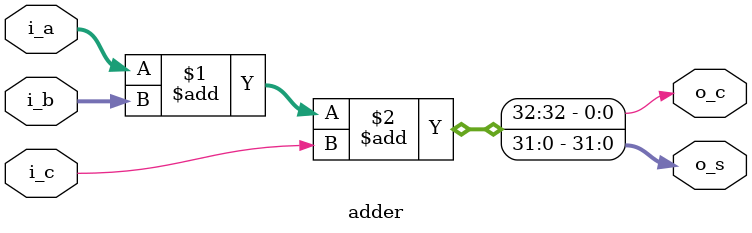
<source format=v>


module adder
#(	
	parameter	BW_DATA	= 32
)
(	
	output		[BW_DATA-1:0]	o_s,
	output						o_c,
	input		[BW_DATA-1:0]	i_a,
	input		[BW_DATA-1:0]	i_b,
	input						i_c
);

	assign	{o_c, o_s} = i_a + i_b + i_c;

endmodule

</source>
